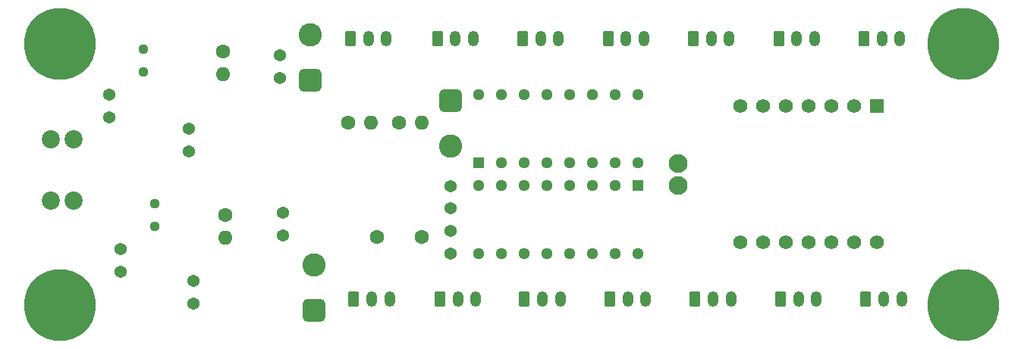
<source format=gbs>
%TF.GenerationSoftware,KiCad,Pcbnew,7.0.10*%
%TF.CreationDate,2024-11-20T16:46:35-05:00*%
%TF.ProjectId,SDP25_MainPCB_V2,53445032-355f-44d6-9169-6e5043425f56,2*%
%TF.SameCoordinates,Original*%
%TF.FileFunction,Soldermask,Bot*%
%TF.FilePolarity,Negative*%
%FSLAX46Y46*%
G04 Gerber Fmt 4.6, Leading zero omitted, Abs format (unit mm)*
G04 Created by KiCad (PCBNEW 7.0.10) date 2024-11-20 16:46:35*
%MOMM*%
%LPD*%
G01*
G04 APERTURE LIST*
G04 Aperture macros list*
%AMRoundRect*
0 Rectangle with rounded corners*
0 $1 Rounding radius*
0 $2 $3 $4 $5 $6 $7 $8 $9 X,Y pos of 4 corners*
0 Add a 4 corners polygon primitive as box body*
4,1,4,$2,$3,$4,$5,$6,$7,$8,$9,$2,$3,0*
0 Add four circle primitives for the rounded corners*
1,1,$1+$1,$2,$3*
1,1,$1+$1,$4,$5*
1,1,$1+$1,$6,$7*
1,1,$1+$1,$8,$9*
0 Add four rect primitives between the rounded corners*
20,1,$1+$1,$2,$3,$4,$5,0*
20,1,$1+$1,$4,$5,$6,$7,0*
20,1,$1+$1,$6,$7,$8,$9,0*
20,1,$1+$1,$8,$9,$2,$3,0*%
G04 Aperture macros list end*
%ADD10C,8.000000*%
%ADD11C,1.371600*%
%ADD12C,2.020000*%
%ADD13RoundRect,0.250000X-0.350000X-0.625000X0.350000X-0.625000X0.350000X0.625000X-0.350000X0.625000X0*%
%ADD14O,1.200000X1.750000*%
%ADD15C,1.600000*%
%ADD16O,1.600000X1.600000*%
%ADD17R,1.295400X1.295400*%
%ADD18C,1.295400*%
%ADD19RoundRect,0.650000X0.650000X-0.650000X0.650000X0.650000X-0.650000X0.650000X-0.650000X-0.650000X0*%
%ADD20C,2.600000*%
%ADD21RoundRect,0.650000X-0.650000X0.650000X-0.650000X-0.650000X0.650000X-0.650000X0.650000X0.650000X0*%
%ADD22C,2.100000*%
%ADD23C,1.117600*%
%ADD24RoundRect,0.102000X-0.679000X0.679000X-0.679000X-0.679000X0.679000X-0.679000X0.679000X0.679000X0*%
%ADD25C,1.562000*%
G04 APERTURE END LIST*
D10*
%TO.C,REF\u002A\u002A*%
X200152000Y-99060000D03*
%TD*%
%TO.C,REF\u002A\u002A*%
X200152000Y-69850000D03*
%TD*%
%TO.C,REF\u002A\u002A*%
X99314000Y-69850000D03*
%TD*%
%TO.C,REF\u002A\u002A*%
X99314000Y-99060000D03*
%TD*%
D11*
%TO.C,Cboot2*%
X114173000Y-98913000D03*
X114173000Y-96413000D03*
%TD*%
D12*
%TO.C,J1*%
X100838000Y-80518000D03*
X98298000Y-80518000D03*
%TD*%
D13*
%TO.C,J8*%
X189230000Y-98425000D03*
D14*
X191230000Y-98425000D03*
X193230000Y-98425000D03*
%TD*%
D13*
%TO.C,J12*%
X169990000Y-69300000D03*
D14*
X171990000Y-69300000D03*
X173990000Y-69300000D03*
%TD*%
D15*
%TO.C,R2*%
X137134600Y-78714600D03*
D16*
X139674600Y-78714600D03*
%TD*%
D11*
%TO.C,Coutx1*%
X123864000Y-73640000D03*
X123864000Y-71140000D03*
%TD*%
D13*
%TO.C,J4*%
X151130000Y-98425000D03*
D14*
X153130000Y-98425000D03*
X155130000Y-98425000D03*
%TD*%
D17*
%TO.C,U1*%
X163830000Y-85725000D03*
D18*
X161290000Y-85725000D03*
X158750000Y-85725000D03*
X156210000Y-85725000D03*
X153670000Y-85725000D03*
X151130000Y-85725000D03*
X148590000Y-85725000D03*
X146050000Y-85725000D03*
X146050000Y-93345000D03*
X148590000Y-93345000D03*
X151130000Y-93345000D03*
X153670000Y-93345000D03*
X156210000Y-93345000D03*
X158750000Y-93345000D03*
X161290000Y-93345000D03*
X163830000Y-93345000D03*
%TD*%
D11*
%TO.C,Cinx2*%
X106045000Y-95357000D03*
X106045000Y-92857000D03*
%TD*%
D15*
%TO.C,R1*%
X131419600Y-78714600D03*
D16*
X133959600Y-78714600D03*
%TD*%
D13*
%TO.C,J10*%
X189040000Y-69300000D03*
D14*
X191040000Y-69300000D03*
X193040000Y-69300000D03*
%TD*%
D19*
%TO.C,TP2*%
X127635000Y-99695000D03*
D20*
X127635000Y-94615000D03*
%TD*%
D21*
%TO.C,TP1*%
X142875000Y-76200000D03*
D20*
X142875000Y-81280000D03*
%TD*%
D22*
%TO.C,J17*%
X168275000Y-85725000D03*
X168275000Y-83225000D03*
%TD*%
D13*
%TO.C,J6*%
X170180000Y-98425000D03*
D14*
X172180000Y-98425000D03*
X174180000Y-98425000D03*
%TD*%
D15*
%TO.C,C1*%
X134660000Y-91440000D03*
X139660000Y-91440000D03*
%TD*%
D17*
%TO.C,U2*%
X146050000Y-83185000D03*
D18*
X148590000Y-83185000D03*
X151130000Y-83185000D03*
X153670000Y-83185000D03*
X156210000Y-83185000D03*
X158750000Y-83185000D03*
X161290000Y-83185000D03*
X163830000Y-83185000D03*
X163830000Y-75565000D03*
X161290000Y-75565000D03*
X158750000Y-75565000D03*
X156210000Y-75565000D03*
X153670000Y-75565000D03*
X151130000Y-75565000D03*
X148590000Y-75565000D03*
X146050000Y-75565000D03*
%TD*%
D23*
%TO.C,Cff1*%
X108624000Y-70505000D03*
X108624000Y-73005000D03*
%TD*%
D12*
%TO.C,J18*%
X98303000Y-87376000D03*
X100843000Y-87376000D03*
%TD*%
D23*
%TO.C,Cff2*%
X109855000Y-87777000D03*
X109855000Y-90277000D03*
%TD*%
D11*
%TO.C,Cboot1*%
X113704000Y-81875000D03*
X113704000Y-79375000D03*
%TD*%
D13*
%TO.C,J2*%
X132080000Y-98425000D03*
D14*
X134080000Y-98425000D03*
X136080000Y-98425000D03*
%TD*%
D15*
%TO.C,Rpg2*%
X117729000Y-89027000D03*
D16*
X117729000Y-91567000D03*
%TD*%
D19*
%TO.C,TP3*%
X127254000Y-73914000D03*
D20*
X127254000Y-68834000D03*
%TD*%
D13*
%TO.C,J14*%
X150940000Y-69300000D03*
D14*
X152940000Y-69300000D03*
X154940000Y-69300000D03*
%TD*%
D11*
%TO.C,Coutx2*%
X124206000Y-91293000D03*
X124206000Y-88793000D03*
%TD*%
D15*
%TO.C,Rpg1*%
X117514000Y-70710000D03*
D16*
X117514000Y-73250000D03*
%TD*%
D13*
%TO.C,J7*%
X179705000Y-98425000D03*
D14*
X181705000Y-98425000D03*
X183705000Y-98425000D03*
%TD*%
D11*
%TO.C,Cinx1*%
X104814000Y-78085000D03*
X104814000Y-75585000D03*
%TD*%
D24*
%TO.C,U3*%
X190500000Y-76835000D03*
D25*
X187960000Y-76835000D03*
X185420000Y-76835000D03*
X182880000Y-76835000D03*
X180340000Y-76835000D03*
X177800000Y-76835000D03*
X175260000Y-76835000D03*
X175260000Y-92075000D03*
X177800000Y-92075000D03*
X180340000Y-92075000D03*
X182880000Y-92075000D03*
X185420000Y-92075000D03*
X187960000Y-92075000D03*
X190500000Y-92075000D03*
%TD*%
D13*
%TO.C,J13*%
X160465000Y-69300000D03*
D14*
X162465000Y-69300000D03*
X164465000Y-69300000D03*
%TD*%
D13*
%TO.C,J15*%
X141415000Y-69300000D03*
D14*
X143415000Y-69300000D03*
X145415000Y-69300000D03*
%TD*%
D11*
%TO.C,C4*%
X142875000Y-85765000D03*
X142875000Y-88265000D03*
%TD*%
%TO.C,C3*%
X142875000Y-93325000D03*
X142875000Y-90825000D03*
%TD*%
D13*
%TO.C,J16*%
X131700000Y-69300000D03*
D14*
X133700000Y-69300000D03*
X135700000Y-69300000D03*
%TD*%
D13*
%TO.C,J3*%
X141700000Y-98425000D03*
D14*
X143700000Y-98425000D03*
X145700000Y-98425000D03*
%TD*%
D13*
%TO.C,J11*%
X179515000Y-69300000D03*
D14*
X181515000Y-69300000D03*
X183515000Y-69300000D03*
%TD*%
D13*
%TO.C,J5*%
X160655000Y-98425000D03*
D14*
X162655000Y-98425000D03*
X164655000Y-98425000D03*
%TD*%
M02*

</source>
